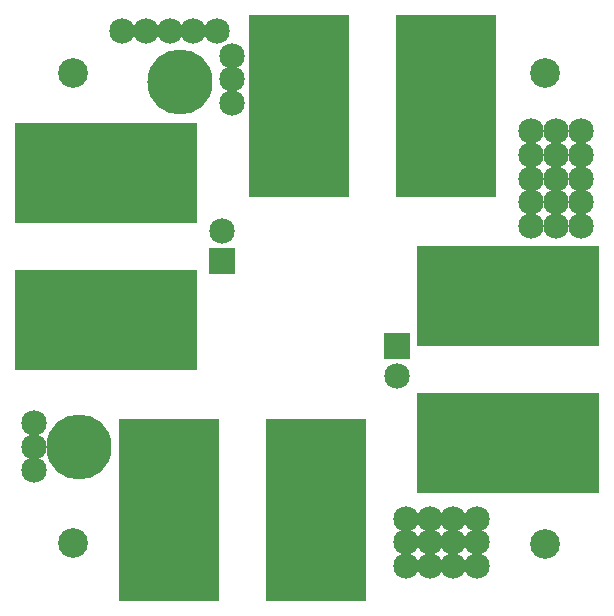
<source format=gbs>
G04 Layer_Color=16711935*
%FSLAX23Y23*%
%MOIN*%
G70*
G01*
G75*
%ADD25R,0.085X0.085*%
%ADD26C,0.085*%
%ADD27C,0.217*%
%ADD28R,0.335X0.611*%
%ADD29R,0.611X0.335*%
%ADD30C,0.099*%
%ADD31C,0.040*%
%ADD32C,0.045*%
D25*
X3087Y2929D02*
D03*
X2504Y3213D02*
D03*
D26*
X3087Y2829D02*
D03*
X2504Y3313D02*
D03*
X1878Y2516D02*
D03*
Y2594D02*
D03*
Y2673D02*
D03*
X3535Y3646D02*
D03*
Y3567D02*
D03*
Y3488D02*
D03*
Y3409D02*
D03*
Y3331D02*
D03*
X3618D02*
D03*
Y3409D02*
D03*
Y3488D02*
D03*
Y3567D02*
D03*
Y3646D02*
D03*
X3701Y3331D02*
D03*
Y3409D02*
D03*
Y3488D02*
D03*
Y3567D02*
D03*
Y3646D02*
D03*
X3118Y2354D02*
D03*
X3197D02*
D03*
X3276D02*
D03*
X3354D02*
D03*
X3118Y2276D02*
D03*
X3197D02*
D03*
X3276D02*
D03*
X3354D02*
D03*
Y2197D02*
D03*
X3276D02*
D03*
X3197D02*
D03*
X3118D02*
D03*
X2539Y3740D02*
D03*
Y3819D02*
D03*
Y3898D02*
D03*
X2488Y3980D02*
D03*
X2409D02*
D03*
X2331D02*
D03*
X2252D02*
D03*
X2173D02*
D03*
D27*
X2028Y2594D02*
D03*
X2366Y3811D02*
D03*
D28*
X2819Y2385D02*
D03*
X2327D02*
D03*
X2760Y3730D02*
D03*
X3252D02*
D03*
D29*
X3459Y2606D02*
D03*
Y3098D02*
D03*
X2119Y3508D02*
D03*
Y3016D02*
D03*
D30*
X3583Y2272D02*
D03*
X3583Y3839D02*
D03*
X2008D02*
D03*
X2008Y2273D02*
D03*
D31*
X2220Y2248D02*
D03*
Y2287D02*
D03*
Y2327D02*
D03*
Y2366D02*
D03*
Y2406D02*
D03*
Y2445D02*
D03*
Y2484D02*
D03*
Y2524D02*
D03*
X2437D02*
D03*
Y2484D02*
D03*
Y2445D02*
D03*
Y2406D02*
D03*
Y2366D02*
D03*
Y2327D02*
D03*
Y2287D02*
D03*
Y2248D02*
D03*
X2713D02*
D03*
Y2287D02*
D03*
Y2327D02*
D03*
Y2366D02*
D03*
Y2406D02*
D03*
Y2445D02*
D03*
Y2484D02*
D03*
Y2524D02*
D03*
X2929D02*
D03*
Y2484D02*
D03*
Y2445D02*
D03*
Y2406D02*
D03*
Y2366D02*
D03*
Y2327D02*
D03*
Y2287D02*
D03*
Y2248D02*
D03*
X3323Y3205D02*
D03*
X3362D02*
D03*
X3402D02*
D03*
X3441D02*
D03*
X3480D02*
D03*
X3520D02*
D03*
X3559D02*
D03*
X3598D02*
D03*
Y2988D02*
D03*
X3559D02*
D03*
X3520D02*
D03*
X3480D02*
D03*
X3441D02*
D03*
X3402D02*
D03*
X3362D02*
D03*
X3323D02*
D03*
Y2713D02*
D03*
X3362D02*
D03*
X3402D02*
D03*
X3441D02*
D03*
X3480D02*
D03*
X3520D02*
D03*
X3559D02*
D03*
X3598D02*
D03*
Y2496D02*
D03*
X3559D02*
D03*
X3520D02*
D03*
X3480D02*
D03*
X3441D02*
D03*
X3402D02*
D03*
X3362D02*
D03*
X3323D02*
D03*
X3358Y3866D02*
D03*
Y3827D02*
D03*
Y3787D02*
D03*
Y3748D02*
D03*
Y3709D02*
D03*
Y3669D02*
D03*
Y3630D02*
D03*
Y3591D02*
D03*
X3142D02*
D03*
Y3630D02*
D03*
Y3669D02*
D03*
Y3709D02*
D03*
Y3748D02*
D03*
Y3787D02*
D03*
Y3827D02*
D03*
Y3866D02*
D03*
X2866D02*
D03*
Y3827D02*
D03*
Y3787D02*
D03*
Y3748D02*
D03*
Y3709D02*
D03*
Y3669D02*
D03*
Y3630D02*
D03*
Y3591D02*
D03*
X2650D02*
D03*
Y3630D02*
D03*
Y3669D02*
D03*
Y3709D02*
D03*
Y3748D02*
D03*
Y3787D02*
D03*
Y3827D02*
D03*
Y3866D02*
D03*
X2256Y2909D02*
D03*
X2217D02*
D03*
X2177D02*
D03*
X2138D02*
D03*
X2098D02*
D03*
X2059D02*
D03*
X2020D02*
D03*
X1980D02*
D03*
Y3126D02*
D03*
X2020D02*
D03*
X2059D02*
D03*
X2098D02*
D03*
X2138D02*
D03*
X2177D02*
D03*
X2217D02*
D03*
X2256D02*
D03*
Y3402D02*
D03*
X2217D02*
D03*
X2177D02*
D03*
X2138D02*
D03*
X2098D02*
D03*
X2059D02*
D03*
X2020D02*
D03*
X1980D02*
D03*
Y3618D02*
D03*
X2020D02*
D03*
X2059D02*
D03*
X2098D02*
D03*
X2138D02*
D03*
X2177D02*
D03*
X2217D02*
D03*
X2256D02*
D03*
D32*
X2276Y2311D02*
D03*
X2327D02*
D03*
X2378D02*
D03*
Y2358D02*
D03*
X2327D02*
D03*
X2276D02*
D03*
X2378Y2406D02*
D03*
X2327D02*
D03*
X2276D02*
D03*
X2378Y2453D02*
D03*
X2327D02*
D03*
X2276D02*
D03*
Y2504D02*
D03*
X2327D02*
D03*
X2378D02*
D03*
Y2551D02*
D03*
X2327D02*
D03*
X2276D02*
D03*
X2378Y2598D02*
D03*
X2327D02*
D03*
X2276D02*
D03*
X2378Y2646D02*
D03*
X2327D02*
D03*
X2276D02*
D03*
Y2264D02*
D03*
X2327D02*
D03*
X2378D02*
D03*
X2276Y2217D02*
D03*
X2327D02*
D03*
X2378D02*
D03*
X2276Y2169D02*
D03*
X2327D02*
D03*
X2378D02*
D03*
Y2122D02*
D03*
X2327D02*
D03*
X2276D02*
D03*
X2768Y2311D02*
D03*
X2819D02*
D03*
X2870D02*
D03*
Y2358D02*
D03*
X2819D02*
D03*
X2768D02*
D03*
X2870Y2406D02*
D03*
X2819D02*
D03*
X2768D02*
D03*
X2870Y2453D02*
D03*
X2819D02*
D03*
X2768D02*
D03*
Y2504D02*
D03*
X2819D02*
D03*
X2870D02*
D03*
Y2551D02*
D03*
X2819D02*
D03*
X2768D02*
D03*
X2870Y2598D02*
D03*
X2819D02*
D03*
X2768D02*
D03*
X2870Y2646D02*
D03*
X2819D02*
D03*
X2768D02*
D03*
Y2264D02*
D03*
X2819D02*
D03*
X2870D02*
D03*
X2768Y2217D02*
D03*
X2819D02*
D03*
X2870D02*
D03*
X2768Y2169D02*
D03*
X2819D02*
D03*
X2870D02*
D03*
Y2122D02*
D03*
X2819D02*
D03*
X2768D02*
D03*
X3386Y3150D02*
D03*
Y3098D02*
D03*
Y3047D02*
D03*
X3433D02*
D03*
Y3098D02*
D03*
Y3150D02*
D03*
X3480Y3047D02*
D03*
Y3098D02*
D03*
Y3150D02*
D03*
X3528Y3047D02*
D03*
Y3098D02*
D03*
Y3150D02*
D03*
X3579D02*
D03*
Y3098D02*
D03*
Y3047D02*
D03*
X3626D02*
D03*
Y3098D02*
D03*
Y3150D02*
D03*
X3673Y3047D02*
D03*
Y3098D02*
D03*
Y3150D02*
D03*
X3720Y3047D02*
D03*
Y3098D02*
D03*
Y3150D02*
D03*
X3339D02*
D03*
Y3098D02*
D03*
Y3047D02*
D03*
X3291Y3150D02*
D03*
Y3098D02*
D03*
Y3047D02*
D03*
X3244Y3150D02*
D03*
Y3098D02*
D03*
Y3047D02*
D03*
X3197D02*
D03*
Y3098D02*
D03*
Y3150D02*
D03*
X3386Y2657D02*
D03*
Y2606D02*
D03*
Y2555D02*
D03*
X3433D02*
D03*
Y2606D02*
D03*
Y2657D02*
D03*
X3480Y2555D02*
D03*
Y2606D02*
D03*
Y2657D02*
D03*
X3528Y2555D02*
D03*
Y2606D02*
D03*
Y2657D02*
D03*
X3579D02*
D03*
Y2606D02*
D03*
Y2555D02*
D03*
X3626D02*
D03*
Y2606D02*
D03*
Y2657D02*
D03*
X3673Y2555D02*
D03*
Y2606D02*
D03*
Y2657D02*
D03*
X3720Y2555D02*
D03*
Y2606D02*
D03*
Y2657D02*
D03*
X3339D02*
D03*
Y2606D02*
D03*
Y2555D02*
D03*
X3291Y2657D02*
D03*
Y2606D02*
D03*
Y2555D02*
D03*
X3244Y2657D02*
D03*
Y2606D02*
D03*
Y2555D02*
D03*
X3197D02*
D03*
Y2606D02*
D03*
Y2657D02*
D03*
X3303Y3803D02*
D03*
X3252D02*
D03*
X3201D02*
D03*
Y3756D02*
D03*
X3252D02*
D03*
X3303D02*
D03*
X3201Y3709D02*
D03*
X3252D02*
D03*
X3303D02*
D03*
X3201Y3661D02*
D03*
X3252D02*
D03*
X3303D02*
D03*
Y3610D02*
D03*
X3252D02*
D03*
X3201D02*
D03*
Y3563D02*
D03*
X3252D02*
D03*
X3303D02*
D03*
X3201Y3516D02*
D03*
X3252D02*
D03*
X3303D02*
D03*
X3201Y3469D02*
D03*
X3252D02*
D03*
X3303D02*
D03*
Y3850D02*
D03*
X3252D02*
D03*
X3201D02*
D03*
X3303Y3898D02*
D03*
X3252D02*
D03*
X3201D02*
D03*
X3303Y3945D02*
D03*
X3252D02*
D03*
X3201D02*
D03*
Y3992D02*
D03*
X3252D02*
D03*
X3303D02*
D03*
X2811Y3803D02*
D03*
X2760D02*
D03*
X2709D02*
D03*
Y3756D02*
D03*
X2760D02*
D03*
X2811D02*
D03*
X2709Y3709D02*
D03*
X2760D02*
D03*
X2811D02*
D03*
X2709Y3661D02*
D03*
X2760D02*
D03*
X2811D02*
D03*
Y3610D02*
D03*
X2760D02*
D03*
X2709D02*
D03*
Y3563D02*
D03*
X2760D02*
D03*
X2811D02*
D03*
X2709Y3516D02*
D03*
X2760D02*
D03*
X2811D02*
D03*
X2709Y3469D02*
D03*
X2760D02*
D03*
X2811D02*
D03*
Y3850D02*
D03*
X2760D02*
D03*
X2709D02*
D03*
X2811Y3898D02*
D03*
X2760D02*
D03*
X2709D02*
D03*
X2811Y3945D02*
D03*
X2760D02*
D03*
X2709D02*
D03*
Y3992D02*
D03*
X2760D02*
D03*
X2811D02*
D03*
X2193Y2965D02*
D03*
Y3016D02*
D03*
Y3067D02*
D03*
X2146D02*
D03*
Y3016D02*
D03*
Y2965D02*
D03*
X2098Y3067D02*
D03*
Y3016D02*
D03*
Y2965D02*
D03*
X2051Y3067D02*
D03*
Y3016D02*
D03*
Y2965D02*
D03*
X2000D02*
D03*
Y3016D02*
D03*
Y3067D02*
D03*
X1953D02*
D03*
Y3016D02*
D03*
Y2965D02*
D03*
X1906Y3067D02*
D03*
Y3016D02*
D03*
Y2965D02*
D03*
X1858Y3067D02*
D03*
Y3016D02*
D03*
Y2965D02*
D03*
X2240D02*
D03*
Y3016D02*
D03*
Y3067D02*
D03*
X2287Y2965D02*
D03*
Y3016D02*
D03*
Y3067D02*
D03*
X2335Y2965D02*
D03*
Y3016D02*
D03*
Y3067D02*
D03*
X2382D02*
D03*
Y3016D02*
D03*
Y2965D02*
D03*
X2193Y3457D02*
D03*
Y3508D02*
D03*
Y3559D02*
D03*
X2146D02*
D03*
Y3508D02*
D03*
Y3457D02*
D03*
X2098Y3559D02*
D03*
Y3508D02*
D03*
Y3457D02*
D03*
X2051Y3559D02*
D03*
Y3508D02*
D03*
Y3457D02*
D03*
X2000D02*
D03*
Y3508D02*
D03*
Y3559D02*
D03*
X1953D02*
D03*
Y3508D02*
D03*
Y3457D02*
D03*
X1906Y3559D02*
D03*
Y3508D02*
D03*
Y3457D02*
D03*
X1858Y3559D02*
D03*
Y3508D02*
D03*
Y3457D02*
D03*
X2240D02*
D03*
Y3508D02*
D03*
Y3559D02*
D03*
X2287Y3457D02*
D03*
Y3508D02*
D03*
Y3559D02*
D03*
X2335Y3457D02*
D03*
Y3508D02*
D03*
Y3559D02*
D03*
X2382D02*
D03*
Y3508D02*
D03*
Y3457D02*
D03*
M02*

</source>
